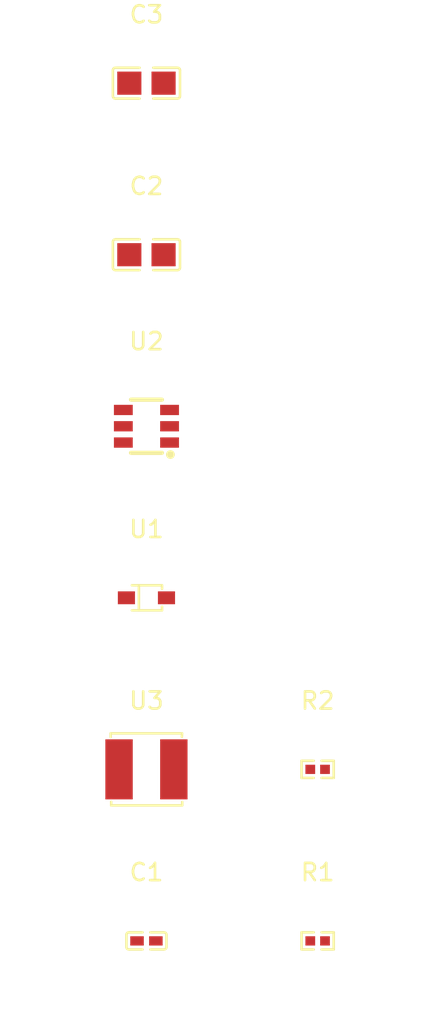
<source format=kicad_pcb>
(kicad_pcb (version 20241229) (generator "atopile") (generator_version "0.3.24")
  (layers (0 "F.Cu" signal) (31 "B.Cu" signal) (34 "B.Paste" user) (35 "F.Paste" user) (36 "B.SilkS" user "B.Silkscreen") (37 "F.SilkS" user "F.Silkscreen") (38 "B.Mask" user) (39 "F.Mask" user) (44 "Edge.Cuts" user))
  (net 0 "")
  (net 1 "hv-1")
  (net 2 "CB")
  (net 3 "FB")
  (net 4 "gnd-1")
  (net 5 "gnd")
  (net 6 "cathode")
  (net 7 "hv")
  (footprint "atopile:C0402-b3ef17" (layer "F.Cu") (at 0 0 0)
    (property "Reference" "C1" (at 0 -4 0) (layer "F.SilkS") (hide no))
    (property "Value" "470nF ±20% 16V X5R")
    (fp_line (start 1.02 -0.5) (end 0.23 -0.5) (stroke (width 0.15)) (layer "F.SilkS"))
    (fp_line (start 0.23 0.5) (end 1.02 0.5) (stroke (width 0.15)) (layer "F.SilkS"))
    (fp_line (start 1.17 0.35) (end 1.17 -0.35) (stroke (width 0.15)) (layer "F.SilkS"))
    (fp_line (start -1.02 -0.5) (end -0.23 -0.5) (stroke (width 0.15)) (layer "F.SilkS"))
    (fp_line (start -0.23 0.5) (end -1.02 0.5) (stroke (width 0.15)) (layer "F.SilkS"))
    (fp_line (start -1.17 0.35) (end -1.17 -0.35) (stroke (width 0.15)) (layer "F.SilkS"))
    (fp_arc (start 1.17 0.35) (mid 1.1260660171779822 0.456066017177982) (end 1.02 0.4999999999999999) (stroke (width 0.15)) (layer "F.SilkS"))
    (fp_arc (start 1.02 -0.5) (mid 1.1260660171779822 -0.4560660171779821) (end 1.17 -0.35) (stroke (width 0.15)) (layer "F.SilkS"))
    (fp_arc (start -1.17 0.35) (mid -1.1260660171779822 0.456066017177982) (end -1.02 0.4999999999999999) (stroke (width 0.15)) (layer "F.SilkS"))
    (fp_arc (start -1.02 -0.5) (mid -1.1260660171779822 -0.4560660171779821) (end -1.17 -0.35) (stroke (width 0.15)) (layer "F.SilkS"))
    (fp_text user "${REFERENCE}" (at 0 -4 0) (layer "F.SilkS"))
    (pad "2" smd rect (at 0.55 0 0) (size 0.79 0.54) (layers "F.Cu" "F.Paste" "F.Mask") (net 6 "cathode"))
    (pad "1" smd rect (at -0.55 0 0) (size 0.79 0.54) (layers "F.Cu" "F.Paste" "F.Mask") (net 2 "CB"))
  )
  (footprint "lib:IND-SMD_L4.0-W4.0" (layer "F.Cu") (at 0 -10 0)
    (property "Reference" "U3" (at 0 -4 0) (layer "F.SilkS") (hide no))
    (property "Value" "10µH ±20%")
    (fp_line (start -2.06 1.89) (end -2.06 2.1) (stroke (width 0.15)) (layer "F.SilkS"))
    (fp_line (start -2.06 2.1) (end 2.09 2.1) (stroke (width 0.15)) (layer "F.SilkS"))
    (fp_line (start 2.09 2.1) (end 2.09 1.9) (stroke (width 0.15)) (layer "F.SilkS"))
    (fp_line (start 2.07 -1.9) (end 2.08 -2.1) (stroke (width 0.15)) (layer "F.SilkS"))
    (fp_line (start 2.08 -2.1) (end -2.09 -2.1) (stroke (width 0.15)) (layer "F.SilkS"))
    (fp_line (start -2.09 -2.1) (end -2.09 -1.88) (stroke (width 0.15)) (layer "F.SilkS"))
    (fp_text user "${REFERENCE}" (at 0 -4 0) (layer "F.SilkS"))
    (pad "2" smd rect (at 1.6 0 0) (size 1.6 3.5) (layers "F.Cu" "F.Paste" "F.Mask") (net 1 "hv-1"))
    (pad "1" smd rect (at -1.6 0 0) (size 1.6 3.5) (layers "F.Cu" "F.Paste" "F.Mask") (net 6 "cathode"))
  )
  (footprint "lib:SOD-323_L1.8-W1.3-LS2.5-RD" (layer "F.Cu") (at 0 -20 0)
    (property "Reference" "U1" (at 0 -4 0) (layer "F.SilkS") (hide no))
    (property "Value" "")
    (fp_line (start 0.91 0.73) (end 0.91 0.52) (stroke (width 0.15)) (layer "F.SilkS"))
    (fp_line (start 0.91 -0.73) (end 0.91 -0.53) (stroke (width 0.15)) (layer "F.SilkS"))
    (fp_line (start -0.85 -0.73) (end 0.91 -0.73) (stroke (width 0.15)) (layer "F.SilkS"))
    (fp_line (start -0.85 0.73) (end 0.91 0.73) (stroke (width 0.15)) (layer "F.SilkS"))
    (fp_line (start -0.44 -0.73) (end -0.44 0.73) (stroke (width 0.15)) (layer "F.SilkS"))
    (fp_text user "${REFERENCE}" (at 0 -4 0) (layer "F.SilkS"))
    (pad "2" smd rect (at 1.17 0 0) (size 1 0.75) (layers "F.Cu" "F.Paste" "F.Mask") (net 4 "gnd-1"))
    (pad "1" smd rect (at -1.17 0 0) (size 1 0.75) (layers "F.Cu" "F.Paste" "F.Mask") (net 6 "cathode"))
  )
  (footprint "lib:SOT-23-6_L2.9-W1.6-P0.95-LS2.8-BR" (layer "F.Cu") (at 0 -30 0)
    (property "Reference" "U2" (at 0 -4.95 0) (layer "F.SilkS") (hide no))
    (property "Value" "")
    (fp_line (start -0.9 -1.55) (end 0.9 -1.55) (stroke (width 0.25)) (layer "F.SilkS"))
    (fp_line (start -0.9 1.55) (end 0.9 1.55) (stroke (width 0.25)) (layer "F.SilkS"))
    (fp_circle (center 1.4 1.65) (end 1.53 1.65) (stroke (width 0.25)) (fill no) (layer "F.SilkS"))
    (fp_text user "${REFERENCE}" (at 0 -4.95 0) (layer "F.SilkS"))
    (pad "3" smd rect (at 1.35 -0.95 0) (size 1.1 0.6) (layers "F.Cu" "F.Paste" "F.Mask") (net 3 "FB"))
    (pad "2" smd rect (at 1.35 0 0) (size 1.1 0.6) (layers "F.Cu" "F.Paste" "F.Mask") (net 5 "gnd"))
    (pad "1" smd rect (at 1.35 0.95 0) (size 1.1 0.6) (layers "F.Cu" "F.Paste" "F.Mask") (net 2 "CB"))
    (pad "6" smd rect (at -1.35 0.95 0) (size 1.1 0.6) (layers "F.Cu" "F.Paste" "F.Mask") (net 6 "cathode"))
    (pad "5" smd rect (at -1.35 0 0) (size 1.1 0.6) (layers "F.Cu" "F.Paste" "F.Mask") (net 7 "hv"))
    (pad "4" smd rect (at -1.35 -0.95 0) (size 1.1 0.6) (layers "F.Cu" "F.Paste" "F.Mask") (net 7 "hv"))
  )
  (footprint "atopile:C0805-3b2e55" (layer "F.Cu") (at 0 -40 0)
    (property "Reference" "C2" (at 0 -4 0) (layer "F.SilkS") (hide no))
    (property "Value" "4.7µF ±10% 25V X5R")
    (fp_line (start 1.81 -0.9) (end 0.4 -0.9) (stroke (width 0.15)) (layer "F.SilkS"))
    (fp_line (start 0.4 0.9) (end 1.81 0.9) (stroke (width 0.15)) (layer "F.SilkS"))
    (fp_line (start 1.96 0.75) (end 1.96 -0.75) (stroke (width 0.15)) (layer "F.SilkS"))
    (fp_line (start -1.81 -0.9) (end -0.4 -0.9) (stroke (width 0.15)) (layer "F.SilkS"))
    (fp_line (start -0.4 0.9) (end -1.81 0.9) (stroke (width 0.15)) (layer "F.SilkS"))
    (fp_line (start -1.96 0.75) (end -1.96 -0.75) (stroke (width 0.15)) (layer "F.SilkS"))
    (fp_arc (start 1.96 0.75) (mid 1.9160660171779822 0.856066017177982) (end 1.81 0.8999999999999999) (stroke (width 0.15)) (layer "F.SilkS"))
    (fp_arc (start 1.81 -0.9) (mid 1.9160660171779822 -0.8560660171779821) (end 1.96 -0.75) (stroke (width 0.15)) (layer "F.SilkS"))
    (fp_arc (start -1.96 0.75) (mid -1.9160660171779822 0.856066017177982) (end -1.81 0.8999999999999999) (stroke (width 0.15)) (layer "F.SilkS"))
    (fp_arc (start -1.81 -0.9) (mid -1.9160660171779822 -0.8560660171779821) (end -1.96 -0.75) (stroke (width 0.15)) (layer "F.SilkS"))
    (fp_text user "${REFERENCE}" (at 0 -4 0) (layer "F.SilkS"))
    (pad "2" smd rect (at 1 0 0) (size 1.41 1.35) (layers "F.Cu" "F.Paste" "F.Mask") (net 5 "gnd"))
    (pad "1" smd rect (at -1 0 0) (size 1.41 1.35) (layers "F.Cu" "F.Paste" "F.Mask") (net 7 "hv"))
  )
  (footprint "atopile:C0805-3b2e55" (layer "F.Cu") (at 0 -50 0)
    (property "Reference" "C3" (at 0 -4 0) (layer "F.SilkS") (hide no))
    (property "Value" "10µF ±10% 25V X5R")
    (fp_line (start 1.81 -0.9) (end 0.4 -0.9) (stroke (width 0.15)) (layer "F.SilkS"))
    (fp_line (start 0.4 0.9) (end 1.81 0.9) (stroke (width 0.15)) (layer "F.SilkS"))
    (fp_line (start 1.96 0.75) (end 1.96 -0.75) (stroke (width 0.15)) (layer "F.SilkS"))
    (fp_line (start -1.81 -0.9) (end -0.4 -0.9) (stroke (width 0.15)) (layer "F.SilkS"))
    (fp_line (start -0.4 0.9) (end -1.81 0.9) (stroke (width 0.15)) (layer "F.SilkS"))
    (fp_line (start -1.96 0.75) (end -1.96 -0.75) (stroke (width 0.15)) (layer "F.SilkS"))
    (fp_arc (start 1.96 0.75) (mid 1.9160660171779822 0.856066017177982) (end 1.81 0.8999999999999999) (stroke (width 0.15)) (layer "F.SilkS"))
    (fp_arc (start 1.81 -0.9) (mid 1.9160660171779822 -0.8560660171779821) (end 1.96 -0.75) (stroke (width 0.15)) (layer "F.SilkS"))
    (fp_arc (start -1.96 0.75) (mid -1.9160660171779822 0.856066017177982) (end -1.81 0.8999999999999999) (stroke (width 0.15)) (layer "F.SilkS"))
    (fp_arc (start -1.81 -0.9) (mid -1.9160660171779822 -0.8560660171779821) (end -1.96 -0.75) (stroke (width 0.15)) (layer "F.SilkS"))
    (fp_text user "${REFERENCE}" (at 0 -4 0) (layer "F.SilkS"))
    (pad "2" smd rect (at 1 0 0) (size 1.41 1.35) (layers "F.Cu" "F.Paste" "F.Mask") (net 4 "gnd-1"))
    (pad "1" smd rect (at -1 0 0) (size 1.41 1.35) (layers "F.Cu" "F.Paste" "F.Mask") (net 1 "hv-1"))
  )
  (footprint "atopile:R0402-56259e" (layer "F.Cu") (at 10 0 0)
    (property "Reference" "R1" (at 0 -4 0) (layer "F.SilkS") (hide no))
    (property "Value" "10kΩ ±1% 62.5mW")
    (fp_line (start -0.23 0.5) (end -0.94 0.5) (stroke (width 0.15)) (layer "F.SilkS"))
    (fp_line (start -0.94 0.5) (end -0.94 -0.5) (stroke (width 0.15)) (layer "F.SilkS"))
    (fp_line (start -0.94 -0.5) (end -0.23 -0.5) (stroke (width 0.15)) (layer "F.SilkS"))
    (fp_line (start 0.23 0.5) (end 0.94 0.5) (stroke (width 0.15)) (layer "F.SilkS"))
    (fp_line (start 0.94 0.5) (end 0.94 -0.5) (stroke (width 0.15)) (layer "F.SilkS"))
    (fp_line (start 0.94 -0.5) (end 0.23 -0.5) (stroke (width 0.15)) (layer "F.SilkS"))
    (fp_text user "${REFERENCE}" (at 0 -4 0) (layer "F.SilkS"))
    (pad "2" smd rect (at 0.43 0 0) (size 0.57 0.54) (layers "F.Cu" "F.Paste" "F.Mask") (net 4 "gnd-1"))
    (pad "1" smd rect (at -0.43 0 0) (size 0.57 0.54) (layers "F.Cu" "F.Paste" "F.Mask") (net 3 "FB"))
  )
  (footprint "atopile:R0402-56259e" (layer "F.Cu") (at 10 -10 0)
    (property "Reference" "R2" (at 0 -4 0) (layer "F.SilkS") (hide no))
    (property "Value" "56kΩ ±1% 62.5mW")
    (fp_line (start -0.23 0.5) (end -0.94 0.5) (stroke (width 0.15)) (layer "F.SilkS"))
    (fp_line (start -0.94 0.5) (end -0.94 -0.5) (stroke (width 0.15)) (layer "F.SilkS"))
    (fp_line (start -0.94 -0.5) (end -0.23 -0.5) (stroke (width 0.15)) (layer "F.SilkS"))
    (fp_line (start 0.23 0.5) (end 0.94 0.5) (stroke (width 0.15)) (layer "F.SilkS"))
    (fp_line (start 0.94 0.5) (end 0.94 -0.5) (stroke (width 0.15)) (layer "F.SilkS"))
    (fp_line (start 0.94 -0.5) (end 0.23 -0.5) (stroke (width 0.15)) (layer "F.SilkS"))
    (fp_text user "${REFERENCE}" (at 0 -4 0) (layer "F.SilkS"))
    (pad "2" smd rect (at 0.43 0 0) (size 0.57 0.54) (layers "F.Cu" "F.Paste" "F.Mask") (net 3 "FB"))
    (pad "1" smd rect (at -0.43 0 0) (size 0.57 0.54) (layers "F.Cu" "F.Paste" "F.Mask") (net 1 "hv-1"))
  )
)
</source>
